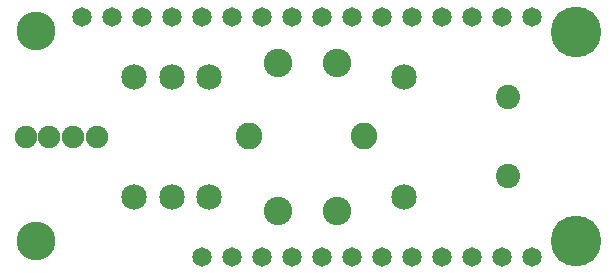
<source format=gts>
G04 MADE WITH FRITZING*
G04 WWW.FRITZING.ORG*
G04 DOUBLE SIDED*
G04 HOLES PLATED*
G04 CONTOUR ON CENTER OF CONTOUR VECTOR*
%ASAXBY*%
%FSLAX23Y23*%
%MOIN*%
%OFA0B0*%
%SFA1.0B1.0*%
%ADD10C,0.065118*%
%ADD11C,0.085000*%
%ADD12C,0.168819*%
%ADD13C,0.129449*%
%ADD14C,0.095000*%
%ADD15C,0.088740*%
%ADD16C,0.075000*%
%ADD17C,0.080866*%
%ADD18R,0.010170X0.010170*%
%LNMASK1*%
G90*
G70*
G54D10*
X1453Y51D03*
X853Y51D03*
X253Y851D03*
X653Y851D03*
X1553Y51D03*
X1253Y51D03*
X953Y51D03*
X1353Y51D03*
X1453Y851D03*
G54D11*
X678Y651D03*
X678Y251D03*
X428Y651D03*
X428Y251D03*
X553Y651D03*
X553Y251D03*
X1328Y651D03*
X1328Y251D03*
G54D10*
X1353Y851D03*
X753Y51D03*
X653Y51D03*
X353Y851D03*
X1553Y851D03*
X1653Y851D03*
X1753Y851D03*
X1253Y851D03*
X1153Y851D03*
X1053Y851D03*
X753Y851D03*
X1653Y51D03*
X1053Y51D03*
X453Y851D03*
X853Y851D03*
X1753Y51D03*
X1153Y51D03*
X553Y851D03*
X953Y851D03*
G54D12*
X1902Y800D03*
X1902Y103D03*
G54D13*
X102Y103D03*
X102Y802D03*
G54D14*
X1103Y697D03*
X906Y697D03*
X906Y205D03*
X1103Y205D03*
X1103Y697D03*
X906Y697D03*
X906Y205D03*
X1103Y205D03*
G54D15*
X811Y455D03*
X1194Y455D03*
G54D16*
X303Y451D03*
X224Y451D03*
X145Y451D03*
X67Y451D03*
G54D17*
X1673Y319D03*
X1673Y583D03*
G54D18*
X1145Y205D03*
G04 End of Mask1*
M02*
</source>
